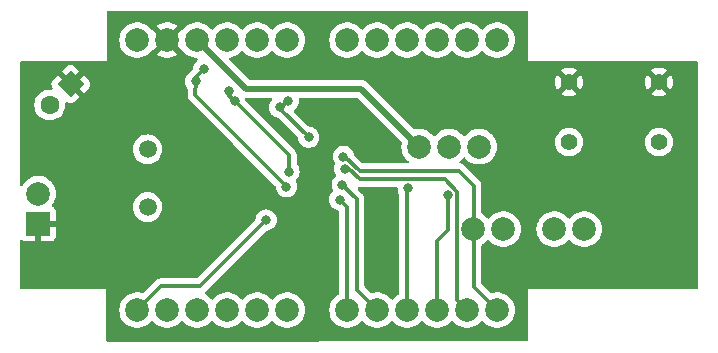
<source format=gbr>
%TF.GenerationSoftware,KiCad,Pcbnew,7.0.7*%
%TF.CreationDate,2023-09-18T12:00:32+02:00*%
%TF.ProjectId,AT90S4433_evaluation_board,41543930-5334-4343-9333-5f6576616c75,rev?*%
%TF.SameCoordinates,Original*%
%TF.FileFunction,Copper,L2,Bot*%
%TF.FilePolarity,Positive*%
%FSLAX46Y46*%
G04 Gerber Fmt 4.6, Leading zero omitted, Abs format (unit mm)*
G04 Created by KiCad (PCBNEW 7.0.7) date 2023-09-18 12:00:32*
%MOMM*%
%LPD*%
G01*
G04 APERTURE LIST*
G04 Aperture macros list*
%AMRotRect*
0 Rectangle, with rotation*
0 The origin of the aperture is its center*
0 $1 length*
0 $2 width*
0 $3 Rotation angle, in degrees counterclockwise*
0 Add horizontal line*
21,1,$1,$2,0,0,$3*%
G04 Aperture macros list end*
%TA.AperFunction,ComponentPad*%
%ADD10C,2.000000*%
%TD*%
%TA.AperFunction,ComponentPad*%
%ADD11C,1.500000*%
%TD*%
%TA.AperFunction,ComponentPad*%
%ADD12C,1.397000*%
%TD*%
%TA.AperFunction,ComponentPad*%
%ADD13RotRect,1.600000X1.600000X225.000000*%
%TD*%
%TA.AperFunction,ComponentPad*%
%ADD14C,1.600000*%
%TD*%
%TA.AperFunction,ComponentPad*%
%ADD15R,2.000000X2.000000*%
%TD*%
%TA.AperFunction,ViaPad*%
%ADD16C,0.800000*%
%TD*%
%TA.AperFunction,Conductor*%
%ADD17C,0.300000*%
%TD*%
%TA.AperFunction,Conductor*%
%ADD18C,0.500000*%
%TD*%
G04 APERTURE END LIST*
D10*
%TO.P,JP8,1,A*%
%TO.N,Net-(JP8-A)*%
X140218000Y-92202000D03*
%TO.P,JP8,2,B*%
%TO.N,/PC5(BTN)*%
X137678000Y-92202000D03*
%TD*%
D11*
%TO.P,Y1,1,1*%
%TO.N,/XTAL2*%
X110109000Y-90334001D03*
%TO.P,Y1,2,2*%
%TO.N,/XTAL1*%
X110109000Y-85434001D03*
%TD*%
D10*
%TO.P,JP7,1,A*%
%TO.N,Net-(D1-A)*%
X147076000Y-92202000D03*
%TO.P,JP7,2,B*%
%TO.N,/PC4(LED)*%
X144536000Y-92202000D03*
%TD*%
%TO.P,JP9,1,A*%
%TO.N,Net-(JP9-A)*%
X138176000Y-85217000D03*
%TO.P,JP9,2,C*%
%TO.N,Net-(JP9-C)*%
X135636000Y-85217000D03*
%TO.P,JP9,3,B*%
%TO.N,/EXT_RESET*%
X133096000Y-85217000D03*
%TD*%
D12*
%TO.P,SW1,1,1*%
%TO.N,VCC*%
X145796000Y-79756000D03*
X153416000Y-79756000D03*
%TO.P,SW1,2,2*%
%TO.N,Net-(JP8-A)*%
X145796000Y-84836000D03*
X153416000Y-84836000D03*
%TD*%
D10*
%TO.P,JP3,1*%
%TO.N,/PD0(RXD)*%
X139700000Y-76200000D03*
%TO.P,JP3,2*%
%TO.N,/PD1(TXD)*%
X137160000Y-76200000D03*
%TO.P,JP3,3*%
%TO.N,/PD2*%
X134620000Y-76200000D03*
%TO.P,JP3,4*%
%TO.N,/PD3*%
X132080000Y-76200000D03*
%TO.P,JP3,5*%
%TO.N,/PD4*%
X129540000Y-76200000D03*
%TO.P,JP3,6*%
%TO.N,/PD5*%
X127000000Y-76200000D03*
%TD*%
D13*
%TO.P,C6,1*%
%TO.N,VCC*%
X103595143Y-79919857D03*
D14*
%TO.P,C6,2*%
%TO.N,GND*%
X101827376Y-81687624D03*
%TD*%
D10*
%TO.P,JP4,1*%
%TO.N,/PB0*%
X109220000Y-99060000D03*
%TO.P,JP4,2*%
%TO.N,/PB1*%
X111760000Y-99060000D03*
%TO.P,JP4,3*%
%TO.N,/PB2(SS)*%
X114300000Y-99060000D03*
%TO.P,JP4,4*%
%TO.N,/PB3(MOSI)*%
X116840000Y-99060000D03*
%TO.P,JP4,5*%
%TO.N,/PB4(MISO)*%
X119380000Y-99060000D03*
%TO.P,JP4,6*%
%TO.N,/PB5(SCK)*%
X121920000Y-99060000D03*
%TD*%
%TO.P,TP3,1,1*%
%TO.N,GND*%
X100863400Y-89204800D03*
D15*
%TO.P,TP3,2,2*%
%TO.N,VCC*%
X100863400Y-91744800D03*
%TD*%
D10*
%TO.P,JP1,1*%
%TO.N,/PD6(AIN0)*%
X121920000Y-76200000D03*
%TO.P,JP1,2*%
%TO.N,/PD7(AIN1)*%
X119380000Y-76200000D03*
%TO.P,JP1,3*%
%TO.N,unconnected-(JP1-Pad3)*%
X116840000Y-76200000D03*
%TO.P,JP1,4*%
%TO.N,/EXT_RESET*%
X114300000Y-76200000D03*
%TO.P,JP1,5*%
%TO.N,VCC*%
X111760000Y-76200000D03*
%TO.P,JP1,6*%
%TO.N,GND*%
X109220000Y-76200000D03*
%TD*%
%TO.P,JP2,1*%
%TO.N,/PC0*%
X127000000Y-99060000D03*
%TO.P,JP2,2*%
%TO.N,/PC1*%
X129540000Y-99060000D03*
%TO.P,JP2,3*%
%TO.N,/PC2*%
X132080000Y-99060000D03*
%TO.P,JP2,4*%
%TO.N,/PC3*%
X134620000Y-99060000D03*
%TO.P,JP2,5*%
%TO.N,/PC4(LED)*%
X137160000Y-99060000D03*
%TO.P,JP2,6*%
%TO.N,/PC5(BTN)*%
X139700000Y-99060000D03*
%TD*%
D16*
%TO.N,/PD6(AIN0)*%
X117500400Y-81381600D03*
X122072400Y-87325200D03*
X117043200Y-80518000D03*
%TO.N,/PD7(AIN1)*%
X121869200Y-88595200D03*
X114884200Y-78638400D03*
X114198400Y-79679800D03*
%TO.N,VCC*%
X130208087Y-91692141D03*
X130911600Y-95631000D03*
X115300000Y-83500000D03*
X155498800Y-94030800D03*
X102870000Y-86918800D03*
X143510000Y-79756000D03*
X124790200Y-96300000D03*
X124800000Y-97200000D03*
X129895600Y-95783400D03*
X103530400Y-86233000D03*
X129000000Y-91744800D03*
X156260800Y-93421200D03*
X125500000Y-95700000D03*
X124800000Y-98200000D03*
X151282400Y-79756000D03*
X113500000Y-82800000D03*
X142341600Y-79806800D03*
X128879600Y-95758000D03*
X141630400Y-80467200D03*
X104267000Y-85496400D03*
X114500000Y-82804000D03*
%TO.N,/PC0*%
X126390400Y-89712800D03*
%TO.N,/PC1*%
X126593600Y-88442800D03*
%TO.N,/PC2*%
X132181600Y-88747600D03*
%TO.N,/PC3*%
X135559873Y-89325027D03*
%TO.N,/PC4(LED)*%
X126796800Y-87071200D03*
%TO.N,/PC5(BTN)*%
X126695200Y-86055200D03*
%TO.N,/PD5*%
X122021600Y-81330800D03*
X121310400Y-81889600D03*
X123748800Y-84429600D03*
%TO.N,/PB0*%
X120142000Y-91440000D03*
%TD*%
D17*
%TO.N,/PD7(AIN1)*%
X114198400Y-79324200D02*
X114884200Y-78638400D01*
X114198400Y-79679800D02*
X114198400Y-79324200D01*
%TO.N,/PD6(AIN0)*%
X122072400Y-85953600D02*
X117500400Y-81381600D01*
X117500400Y-81381600D02*
X117043200Y-80924400D01*
X122072400Y-87325200D02*
X122072400Y-85953600D01*
X117043200Y-80518000D02*
X117043200Y-80416400D01*
X117043200Y-80822800D02*
X117043200Y-80518000D01*
%TO.N,/PD7(AIN1)*%
X114274600Y-79679800D02*
X114350800Y-79603600D01*
X114884200Y-78562200D02*
X114884200Y-78562200D01*
X114147600Y-80828939D02*
X121869200Y-88550539D01*
X114198400Y-79679800D02*
X114147600Y-80828939D01*
X114198400Y-79679800D02*
X114274600Y-79679800D01*
X114884200Y-78638400D02*
X114884200Y-78562200D01*
X114147600Y-79654400D02*
X114198400Y-79679800D01*
X121869200Y-88550539D02*
X121869200Y-88595200D01*
D18*
%TO.N,VCC*%
X130911600Y-95631000D02*
X130208087Y-94927487D01*
X128879600Y-95758000D02*
X128727200Y-95910400D01*
X130208087Y-94927487D02*
X130208087Y-91692141D01*
D17*
%TO.N,/PC0*%
X126390400Y-89712800D02*
X127000000Y-90322400D01*
X127000000Y-90322400D02*
X127000000Y-99060000D01*
%TO.N,/PC1*%
X127824800Y-97344800D02*
X129540000Y-99060000D01*
X126593600Y-88442800D02*
X127824800Y-89674000D01*
X127824800Y-89674000D02*
X127824800Y-97344800D01*
%TO.N,/PC2*%
X132080000Y-88849200D02*
X132080000Y-99060000D01*
X132181600Y-88747600D02*
X132080000Y-88849200D01*
%TO.N,/PC3*%
X134620000Y-93218000D02*
X134620000Y-99060000D01*
X135559873Y-89325027D02*
X135559873Y-92278127D01*
X135559873Y-92278127D02*
X134620000Y-93218000D01*
%TO.N,/PC4(LED)*%
X136334644Y-95351600D02*
X136328000Y-95344956D01*
X137160000Y-99060000D02*
X136328000Y-98228000D01*
X127150355Y-87071200D02*
X126796800Y-87071200D01*
X136328000Y-95344956D02*
X136328000Y-89033200D01*
X136328000Y-89033200D02*
X135280400Y-87985600D01*
X136328000Y-95358244D02*
X136334644Y-95351600D01*
X128064755Y-87985600D02*
X127150355Y-87071200D01*
X136328000Y-98228000D02*
X136328000Y-95358244D01*
X135280400Y-87985600D02*
X128064755Y-87985600D01*
%TO.N,/PC5(BTN)*%
X126695200Y-86055200D02*
X126841461Y-86055200D01*
X137718800Y-88544400D02*
X137718800Y-97078800D01*
X137718800Y-97078800D02*
X139700000Y-99060000D01*
X136448800Y-87274400D02*
X137718800Y-88544400D01*
X126841461Y-86055200D02*
X128060661Y-87274400D01*
X128060661Y-87274400D02*
X136448800Y-87274400D01*
%TO.N,/PD5*%
X121310400Y-81991200D02*
X121310400Y-81889600D01*
X121310400Y-81889600D02*
X121412000Y-81889600D01*
X121970800Y-81330800D02*
X122021600Y-81330800D01*
X122021600Y-81280000D02*
X122123200Y-81178400D01*
X123748800Y-84429600D02*
X121310400Y-81991200D01*
X121412000Y-81889600D02*
X121970800Y-81330800D01*
X122021600Y-81330800D02*
X122021600Y-81280000D01*
%TO.N,/PB0*%
X120142000Y-91440000D02*
X114554000Y-97028000D01*
X111252000Y-97028000D02*
X109220000Y-99060000D01*
X114554000Y-97028000D02*
X111252000Y-97028000D01*
D18*
%TO.N,/EXT_RESET*%
X128193800Y-80314800D02*
X118414800Y-80314800D01*
X118414800Y-80314800D02*
X114300000Y-76200000D01*
X133096000Y-85217000D02*
X128193800Y-80314800D01*
%TD*%
%TA.AperFunction,Conductor*%
%TO.N,VCC*%
G36*
X131219810Y-88655785D02*
G01*
X131265565Y-88708589D01*
X131276092Y-88747139D01*
X131276140Y-88747597D01*
X131276140Y-88747600D01*
X131295926Y-88935856D01*
X131295927Y-88935859D01*
X131354418Y-89115877D01*
X131354423Y-89115889D01*
X131412886Y-89217150D01*
X131429499Y-89279149D01*
X131429499Y-97632009D01*
X131409814Y-97699048D01*
X131364518Y-97741063D01*
X131256496Y-97799522D01*
X131256494Y-97799523D01*
X131060255Y-97952262D01*
X131060252Y-97952265D01*
X130901228Y-98125010D01*
X130841341Y-98161001D01*
X130771503Y-98158900D01*
X130718770Y-98125011D01*
X130559744Y-97952262D01*
X130363509Y-97799526D01*
X130363507Y-97799525D01*
X130363506Y-97799524D01*
X130144811Y-97681172D01*
X130144802Y-97681169D01*
X129909616Y-97600429D01*
X129664335Y-97559500D01*
X129415665Y-97559500D01*
X129170382Y-97600429D01*
X129117029Y-97618744D01*
X129047231Y-97621892D01*
X128989089Y-97589143D01*
X128511619Y-97111673D01*
X128478134Y-97050350D01*
X128475300Y-97023992D01*
X128475300Y-89759503D01*
X128477068Y-89743491D01*
X128476826Y-89743469D01*
X128477560Y-89735706D01*
X128476239Y-89693681D01*
X128475300Y-89663782D01*
X128475300Y-89633075D01*
X128474379Y-89625792D01*
X128473923Y-89619987D01*
X128472398Y-89571431D01*
X128466476Y-89551050D01*
X128462531Y-89531995D01*
X128459872Y-89510949D01*
X128459871Y-89510948D01*
X128459871Y-89510942D01*
X128441989Y-89465779D01*
X128440100Y-89460259D01*
X128437844Y-89452494D01*
X128426545Y-89413602D01*
X128425942Y-89412583D01*
X128415736Y-89395324D01*
X128407178Y-89377855D01*
X128399368Y-89358129D01*
X128370806Y-89318818D01*
X128367618Y-89313964D01*
X128342881Y-89272135D01*
X128327874Y-89257128D01*
X128315235Y-89242330D01*
X128302761Y-89225160D01*
X128265328Y-89194194D01*
X128261006Y-89190260D01*
X127918980Y-88848234D01*
X127885495Y-88786911D01*
X127890479Y-88717219D01*
X127932351Y-88661286D01*
X127997815Y-88636869D01*
X128026057Y-88638079D01*
X128044160Y-88640947D01*
X128088569Y-88636748D01*
X128092525Y-88636375D01*
X128098363Y-88636100D01*
X131152771Y-88636100D01*
X131219810Y-88655785D01*
G37*
%TD.AperFunction*%
%TA.AperFunction,Conductor*%
G36*
X142284639Y-73730485D02*
G01*
X142330394Y-73783289D01*
X142341600Y-73834800D01*
X142341600Y-77978000D01*
X156594000Y-77978000D01*
X156661039Y-77997685D01*
X156706794Y-78050489D01*
X156718000Y-78102000D01*
X156718000Y-97157780D01*
X156698315Y-97224819D01*
X156645511Y-97270574D01*
X156593781Y-97281780D01*
X142341600Y-97256599D01*
X142341600Y-101577688D01*
X142321915Y-101644727D01*
X142269111Y-101690482D01*
X142217688Y-101701688D01*
X106702488Y-101726911D01*
X106635435Y-101707274D01*
X106589642Y-101654503D01*
X106578400Y-101602911D01*
X106578400Y-99060005D01*
X107714357Y-99060005D01*
X107734890Y-99307812D01*
X107734892Y-99307824D01*
X107795936Y-99548881D01*
X107895826Y-99776606D01*
X108031833Y-99984782D01*
X108031836Y-99984785D01*
X108200256Y-100167738D01*
X108396491Y-100320474D01*
X108615190Y-100438828D01*
X108850386Y-100519571D01*
X109095665Y-100560500D01*
X109344335Y-100560500D01*
X109589614Y-100519571D01*
X109824810Y-100438828D01*
X110043509Y-100320474D01*
X110239744Y-100167738D01*
X110398771Y-99994988D01*
X110458657Y-99958999D01*
X110528495Y-99961099D01*
X110581228Y-99994988D01*
X110740256Y-100167738D01*
X110936491Y-100320474D01*
X111155190Y-100438828D01*
X111390386Y-100519571D01*
X111635665Y-100560500D01*
X111884335Y-100560500D01*
X112129614Y-100519571D01*
X112364810Y-100438828D01*
X112583509Y-100320474D01*
X112779744Y-100167738D01*
X112938771Y-99994988D01*
X112998657Y-99958999D01*
X113068495Y-99961099D01*
X113121228Y-99994988D01*
X113280256Y-100167738D01*
X113476491Y-100320474D01*
X113695190Y-100438828D01*
X113930386Y-100519571D01*
X114175665Y-100560500D01*
X114424335Y-100560500D01*
X114669614Y-100519571D01*
X114904810Y-100438828D01*
X115123509Y-100320474D01*
X115319744Y-100167738D01*
X115478771Y-99994988D01*
X115538657Y-99958999D01*
X115608495Y-99961099D01*
X115661228Y-99994988D01*
X115820256Y-100167738D01*
X116016491Y-100320474D01*
X116235190Y-100438828D01*
X116470386Y-100519571D01*
X116715665Y-100560500D01*
X116964335Y-100560500D01*
X117209614Y-100519571D01*
X117444810Y-100438828D01*
X117663509Y-100320474D01*
X117859744Y-100167738D01*
X118018771Y-99994988D01*
X118078657Y-99958999D01*
X118148495Y-99961099D01*
X118201228Y-99994988D01*
X118360256Y-100167738D01*
X118556491Y-100320474D01*
X118775190Y-100438828D01*
X119010386Y-100519571D01*
X119255665Y-100560500D01*
X119504335Y-100560500D01*
X119749614Y-100519571D01*
X119984810Y-100438828D01*
X120203509Y-100320474D01*
X120399744Y-100167738D01*
X120558771Y-99994988D01*
X120618657Y-99958999D01*
X120688495Y-99961099D01*
X120741228Y-99994988D01*
X120900256Y-100167738D01*
X121096491Y-100320474D01*
X121315190Y-100438828D01*
X121550386Y-100519571D01*
X121795665Y-100560500D01*
X122044335Y-100560500D01*
X122289614Y-100519571D01*
X122524810Y-100438828D01*
X122743509Y-100320474D01*
X122939744Y-100167738D01*
X123108164Y-99984785D01*
X123244173Y-99776607D01*
X123344063Y-99548881D01*
X123405108Y-99307821D01*
X123413244Y-99209633D01*
X123425643Y-99060005D01*
X123425643Y-99059994D01*
X123405109Y-98812187D01*
X123405107Y-98812175D01*
X123344063Y-98571118D01*
X123244173Y-98343393D01*
X123108166Y-98135217D01*
X123020526Y-98040015D01*
X122939744Y-97952262D01*
X122743509Y-97799526D01*
X122743507Y-97799525D01*
X122743506Y-97799524D01*
X122524811Y-97681172D01*
X122524802Y-97681169D01*
X122289616Y-97600429D01*
X122044335Y-97559500D01*
X121795665Y-97559500D01*
X121550383Y-97600429D01*
X121315197Y-97681169D01*
X121315188Y-97681172D01*
X121096493Y-97799524D01*
X120900257Y-97952261D01*
X120741230Y-98125010D01*
X120681342Y-98161001D01*
X120611504Y-98158900D01*
X120558770Y-98125010D01*
X120480526Y-98040015D01*
X120399744Y-97952262D01*
X120203509Y-97799526D01*
X120203507Y-97799525D01*
X120203506Y-97799524D01*
X119984811Y-97681172D01*
X119984802Y-97681169D01*
X119749616Y-97600429D01*
X119504335Y-97559500D01*
X119255665Y-97559500D01*
X119010383Y-97600429D01*
X118775197Y-97681169D01*
X118775188Y-97681172D01*
X118556493Y-97799524D01*
X118360257Y-97952261D01*
X118201230Y-98125010D01*
X118141342Y-98161001D01*
X118071504Y-98158900D01*
X118018770Y-98125010D01*
X117940526Y-98040015D01*
X117859744Y-97952262D01*
X117663509Y-97799526D01*
X117663507Y-97799525D01*
X117663506Y-97799524D01*
X117444811Y-97681172D01*
X117444802Y-97681169D01*
X117209616Y-97600429D01*
X116964335Y-97559500D01*
X116715665Y-97559500D01*
X116470383Y-97600429D01*
X116235197Y-97681169D01*
X116235188Y-97681172D01*
X116016493Y-97799524D01*
X115820255Y-97952262D01*
X115820252Y-97952265D01*
X115661228Y-98125010D01*
X115601341Y-98161001D01*
X115531503Y-98158900D01*
X115478770Y-98125011D01*
X115319744Y-97952262D01*
X115123509Y-97799526D01*
X115123507Y-97799525D01*
X115123506Y-97799524D01*
X114996533Y-97730810D01*
X114946943Y-97681590D01*
X114931835Y-97613374D01*
X114956005Y-97547818D01*
X114967868Y-97534076D01*
X114970892Y-97531052D01*
X114985668Y-97518436D01*
X114988157Y-97516628D01*
X115002837Y-97505963D01*
X115033809Y-97468522D01*
X115037713Y-97464231D01*
X120125126Y-92376819D01*
X120186450Y-92343334D01*
X120212808Y-92340500D01*
X120236644Y-92340500D01*
X120236646Y-92340500D01*
X120421803Y-92301144D01*
X120594730Y-92224151D01*
X120747871Y-92112888D01*
X120874533Y-91972216D01*
X120969179Y-91808284D01*
X121027674Y-91628256D01*
X121047460Y-91440000D01*
X121027674Y-91251744D01*
X120969179Y-91071716D01*
X120874533Y-90907784D01*
X120747871Y-90767112D01*
X120747870Y-90767111D01*
X120594734Y-90655851D01*
X120594729Y-90655848D01*
X120421807Y-90578857D01*
X120421802Y-90578855D01*
X120276000Y-90547865D01*
X120236646Y-90539500D01*
X120047354Y-90539500D01*
X120014897Y-90546398D01*
X119862197Y-90578855D01*
X119862192Y-90578857D01*
X119689270Y-90655848D01*
X119689265Y-90655851D01*
X119536129Y-90767111D01*
X119409466Y-90907785D01*
X119314821Y-91071715D01*
X119314818Y-91071722D01*
X119256327Y-91251739D01*
X119256326Y-91251741D01*
X119242831Y-91380142D01*
X119216246Y-91444757D01*
X119207191Y-91454861D01*
X114320873Y-96341181D01*
X114259550Y-96374666D01*
X114233192Y-96377500D01*
X111337505Y-96377500D01*
X111321494Y-96375732D01*
X111321472Y-96375974D01*
X111313705Y-96375240D01*
X111313704Y-96375240D01*
X111241797Y-96377500D01*
X111211075Y-96377500D01*
X111211071Y-96377500D01*
X111211061Y-96377501D01*
X111203793Y-96378419D01*
X111197976Y-96378876D01*
X111149436Y-96380402D01*
X111149425Y-96380404D01*
X111129049Y-96386323D01*
X111110008Y-96390266D01*
X111088953Y-96392926D01*
X111088937Y-96392930D01*
X111043771Y-96410812D01*
X111038244Y-96412704D01*
X110991599Y-96426256D01*
X110973327Y-96437062D01*
X110955861Y-96445619D01*
X110936128Y-96453432D01*
X110896830Y-96481983D01*
X110891953Y-96485186D01*
X110878281Y-96493272D01*
X110850132Y-96509920D01*
X110835126Y-96524926D01*
X110820336Y-96537558D01*
X110803167Y-96550032D01*
X110803165Y-96550034D01*
X110772194Y-96587470D01*
X110768262Y-96591791D01*
X109770909Y-97589143D01*
X109709586Y-97622628D01*
X109642967Y-97618744D01*
X109589613Y-97600428D01*
X109344335Y-97559500D01*
X109095665Y-97559500D01*
X108850383Y-97600429D01*
X108615197Y-97681169D01*
X108615188Y-97681172D01*
X108396493Y-97799524D01*
X108200257Y-97952261D01*
X108031833Y-98135217D01*
X107895826Y-98343393D01*
X107795936Y-98571118D01*
X107734892Y-98812175D01*
X107734890Y-98812187D01*
X107714357Y-99059994D01*
X107714357Y-99060005D01*
X106578400Y-99060005D01*
X106578400Y-97282000D01*
X99438000Y-97282000D01*
X99370961Y-97262315D01*
X99325206Y-97209511D01*
X99314000Y-97158000D01*
X99314000Y-93205821D01*
X99333685Y-93138782D01*
X99386489Y-93093027D01*
X99455647Y-93083083D01*
X99512312Y-93106555D01*
X99621310Y-93188152D01*
X99621313Y-93188154D01*
X99756020Y-93238396D01*
X99756027Y-93238398D01*
X99815555Y-93244799D01*
X99815572Y-93244800D01*
X100613400Y-93244800D01*
X100613400Y-92357101D01*
X100633085Y-92290062D01*
X100685889Y-92244307D01*
X100755047Y-92234363D01*
X100827637Y-92244800D01*
X100827638Y-92244800D01*
X100899162Y-92244800D01*
X100899163Y-92244800D01*
X100971753Y-92234363D01*
X101040912Y-92244307D01*
X101093715Y-92290062D01*
X101113400Y-92357101D01*
X101113400Y-93244800D01*
X101911228Y-93244800D01*
X101911244Y-93244799D01*
X101970772Y-93238398D01*
X101970779Y-93238396D01*
X102105486Y-93188154D01*
X102105493Y-93188150D01*
X102220587Y-93101990D01*
X102220590Y-93101987D01*
X102306750Y-92986893D01*
X102306754Y-92986886D01*
X102356996Y-92852179D01*
X102356998Y-92852172D01*
X102363399Y-92792644D01*
X102363400Y-92792627D01*
X102363400Y-91994800D01*
X101476747Y-91994800D01*
X101409708Y-91975115D01*
X101363953Y-91922311D01*
X101354009Y-91853153D01*
X101357769Y-91835867D01*
X101363400Y-91816688D01*
X101363400Y-91672911D01*
X101357769Y-91653733D01*
X101357770Y-91583864D01*
X101395545Y-91525086D01*
X101459101Y-91496062D01*
X101476747Y-91494800D01*
X102363400Y-91494800D01*
X102363400Y-90696972D01*
X102363399Y-90696955D01*
X102356998Y-90637427D01*
X102356996Y-90637420D01*
X102306754Y-90502713D01*
X102306750Y-90502706D01*
X102220590Y-90387612D01*
X102220587Y-90387609D01*
X102148979Y-90334003D01*
X108853723Y-90334003D01*
X108860150Y-90407462D01*
X108871701Y-90539500D01*
X108872793Y-90551976D01*
X108872793Y-90551980D01*
X108929422Y-90763323D01*
X108929424Y-90763327D01*
X108929425Y-90763331D01*
X108958563Y-90825818D01*
X109021897Y-90961639D01*
X109021898Y-90961640D01*
X109147402Y-91140878D01*
X109302123Y-91295599D01*
X109481361Y-91421103D01*
X109679670Y-91513576D01*
X109891023Y-91570208D01*
X110073926Y-91586209D01*
X110108998Y-91589278D01*
X110109000Y-91589278D01*
X110109002Y-91589278D01*
X110137254Y-91586806D01*
X110326977Y-91570208D01*
X110538330Y-91513576D01*
X110736639Y-91421103D01*
X110915877Y-91295599D01*
X111070598Y-91140878D01*
X111196102Y-90961640D01*
X111288575Y-90763331D01*
X111345207Y-90551978D01*
X111364277Y-90334001D01*
X111345207Y-90116024D01*
X111293060Y-89921408D01*
X111288577Y-89904678D01*
X111288576Y-89904677D01*
X111288575Y-89904671D01*
X111196102Y-89706363D01*
X111196100Y-89706360D01*
X111196099Y-89706358D01*
X111070599Y-89527125D01*
X110996086Y-89452612D01*
X110915877Y-89372403D01*
X110751249Y-89257129D01*
X110736638Y-89246898D01*
X110594426Y-89180584D01*
X110538330Y-89154426D01*
X110538326Y-89154425D01*
X110538322Y-89154423D01*
X110326977Y-89097794D01*
X110109002Y-89078724D01*
X110108998Y-89078724D01*
X109963681Y-89091437D01*
X109891023Y-89097794D01*
X109891020Y-89097794D01*
X109679677Y-89154423D01*
X109679668Y-89154427D01*
X109481361Y-89246899D01*
X109481357Y-89246901D01*
X109302121Y-89372403D01*
X109147402Y-89527122D01*
X109021900Y-89706358D01*
X109021898Y-89706362D01*
X108929426Y-89904669D01*
X108929422Y-89904678D01*
X108872793Y-90116021D01*
X108872793Y-90116025D01*
X108853723Y-90333998D01*
X108853723Y-90334003D01*
X102148979Y-90334003D01*
X102105488Y-90301445D01*
X102100759Y-90298863D01*
X102051355Y-90249457D01*
X102036505Y-90181183D01*
X102056381Y-90122212D01*
X102187573Y-89921407D01*
X102287463Y-89693681D01*
X102348508Y-89452621D01*
X102353256Y-89395324D01*
X102369043Y-89204805D01*
X102369043Y-89204794D01*
X102348509Y-88956987D01*
X102348507Y-88956975D01*
X102287463Y-88715918D01*
X102187573Y-88488193D01*
X102051566Y-88280017D01*
X101934258Y-88152587D01*
X101883144Y-88097062D01*
X101686909Y-87944326D01*
X101686907Y-87944325D01*
X101686906Y-87944324D01*
X101468211Y-87825972D01*
X101468202Y-87825969D01*
X101233016Y-87745229D01*
X100987735Y-87704300D01*
X100739065Y-87704300D01*
X100493783Y-87745229D01*
X100258597Y-87825969D01*
X100258588Y-87825972D01*
X100039893Y-87944324D01*
X99843657Y-88097061D01*
X99675233Y-88280017D01*
X99541809Y-88484240D01*
X99488662Y-88529597D01*
X99419431Y-88539021D01*
X99356095Y-88509519D01*
X99318764Y-88450459D01*
X99314000Y-88416419D01*
X99314000Y-85434003D01*
X108853723Y-85434003D01*
X108856860Y-85469860D01*
X108871546Y-85637729D01*
X108872793Y-85651976D01*
X108872793Y-85651980D01*
X108929422Y-85863323D01*
X108929424Y-85863327D01*
X108929425Y-85863331D01*
X108975661Y-85962485D01*
X109021897Y-86061639D01*
X109021898Y-86061640D01*
X109147402Y-86240878D01*
X109302123Y-86395599D01*
X109481361Y-86521103D01*
X109679670Y-86613576D01*
X109891023Y-86670208D01*
X110073926Y-86686209D01*
X110108998Y-86689278D01*
X110109000Y-86689278D01*
X110109002Y-86689278D01*
X110137254Y-86686806D01*
X110326977Y-86670208D01*
X110538330Y-86613576D01*
X110736639Y-86521103D01*
X110915877Y-86395599D01*
X111070598Y-86240878D01*
X111196102Y-86061640D01*
X111288575Y-85863331D01*
X111345207Y-85651978D01*
X111364277Y-85434001D01*
X111345207Y-85216024D01*
X111310548Y-85086676D01*
X111288577Y-85004678D01*
X111288576Y-85004677D01*
X111288575Y-85004671D01*
X111196102Y-84806363D01*
X111196100Y-84806360D01*
X111196099Y-84806358D01*
X111070599Y-84627125D01*
X111058212Y-84614738D01*
X110915877Y-84472403D01*
X110736639Y-84346899D01*
X110736640Y-84346899D01*
X110736638Y-84346898D01*
X110597484Y-84282010D01*
X110538330Y-84254426D01*
X110538326Y-84254425D01*
X110538322Y-84254423D01*
X110326977Y-84197794D01*
X110109002Y-84178724D01*
X110108998Y-84178724D01*
X109963681Y-84191437D01*
X109891023Y-84197794D01*
X109891020Y-84197794D01*
X109679677Y-84254423D01*
X109679668Y-84254427D01*
X109481361Y-84346899D01*
X109481357Y-84346901D01*
X109302121Y-84472403D01*
X109147402Y-84627122D01*
X109021900Y-84806358D01*
X109021898Y-84806362D01*
X108929426Y-85004669D01*
X108929422Y-85004678D01*
X108872793Y-85216021D01*
X108872793Y-85216025D01*
X108853723Y-85433998D01*
X108853723Y-85434003D01*
X99314000Y-85434003D01*
X99314000Y-81687625D01*
X100521908Y-81687625D01*
X100541740Y-81914310D01*
X100541742Y-81914321D01*
X100600634Y-82134112D01*
X100600637Y-82134121D01*
X100696807Y-82340356D01*
X100696808Y-82340358D01*
X100827330Y-82526765D01*
X100988234Y-82687669D01*
X100988237Y-82687671D01*
X101174642Y-82818192D01*
X101380880Y-82914363D01*
X101600684Y-82973259D01*
X101762606Y-82987425D01*
X101827374Y-82993092D01*
X101827376Y-82993092D01*
X101827378Y-82993092D01*
X101884048Y-82988133D01*
X102054068Y-82973259D01*
X102273872Y-82914363D01*
X102480110Y-82818192D01*
X102666515Y-82687671D01*
X102827423Y-82526763D01*
X102957944Y-82340358D01*
X103054115Y-82134120D01*
X103113011Y-81914316D01*
X103132844Y-81687624D01*
X103123967Y-81586164D01*
X103137733Y-81517666D01*
X103186348Y-81467483D01*
X103254377Y-81451549D01*
X103314876Y-81473027D01*
X103315446Y-81472106D01*
X103319720Y-81474746D01*
X103320220Y-81474924D01*
X103321115Y-81475608D01*
X103322043Y-81476181D01*
X103452826Y-81535908D01*
X103595142Y-81556369D01*
X103737459Y-81535908D01*
X103868240Y-81476182D01*
X103914875Y-81438602D01*
X104337605Y-81015872D01*
X104337605Y-81015871D01*
X103779009Y-80457276D01*
X103745524Y-80395953D01*
X103750508Y-80326261D01*
X103792380Y-80270328D01*
X103810388Y-80259115D01*
X103833188Y-80247498D01*
X103922784Y-80157902D01*
X103934397Y-80135109D01*
X103982368Y-80084315D01*
X104050189Y-80067518D01*
X104116324Y-80090054D01*
X104132562Y-80103723D01*
X104691157Y-80662319D01*
X104691158Y-80662319D01*
X105113888Y-80239589D01*
X105151468Y-80192954D01*
X105211194Y-80062173D01*
X105231655Y-79919857D01*
X105231655Y-79919856D01*
X105211194Y-79777540D01*
X105151468Y-79646759D01*
X105113888Y-79600124D01*
X104691158Y-79177394D01*
X104132562Y-79735989D01*
X104071239Y-79769474D01*
X104001547Y-79764490D01*
X103945614Y-79722618D01*
X103934399Y-79704608D01*
X103922784Y-79681812D01*
X103922780Y-79681808D01*
X103922779Y-79681806D01*
X103833193Y-79592220D01*
X103833187Y-79592215D01*
X103822529Y-79586785D01*
X103810393Y-79580601D01*
X103759599Y-79532630D01*
X103742803Y-79464809D01*
X103765340Y-79398674D01*
X103779008Y-79382437D01*
X104337604Y-78823840D01*
X103914875Y-78401111D01*
X103868240Y-78363531D01*
X103737459Y-78303805D01*
X103595143Y-78283345D01*
X103452826Y-78303805D01*
X103322045Y-78363531D01*
X103275405Y-78401115D01*
X102852680Y-78823840D01*
X103411276Y-79382437D01*
X103444761Y-79443760D01*
X103439777Y-79513452D01*
X103397905Y-79569385D01*
X103379891Y-79580602D01*
X103357099Y-79592215D01*
X103357092Y-79592220D01*
X103267506Y-79681806D01*
X103267501Y-79681813D01*
X103255888Y-79704605D01*
X103207913Y-79755401D01*
X103140092Y-79772195D01*
X103073957Y-79749657D01*
X103057723Y-79735990D01*
X102499127Y-79177394D01*
X102499126Y-79177394D01*
X102076401Y-79600119D01*
X102038817Y-79646759D01*
X101979091Y-79777540D01*
X101958631Y-79919856D01*
X101958631Y-79919857D01*
X101979091Y-80062173D01*
X102038818Y-80192956D01*
X102042894Y-80199554D01*
X102040809Y-80200841D01*
X102062931Y-80254251D01*
X102050524Y-80323010D01*
X102002913Y-80374147D01*
X101935213Y-80391425D01*
X101928834Y-80391032D01*
X101827378Y-80382156D01*
X101827374Y-80382156D01*
X101600689Y-80401988D01*
X101600678Y-80401990D01*
X101380887Y-80460882D01*
X101380878Y-80460885D01*
X101174643Y-80557055D01*
X101174641Y-80557056D01*
X100988234Y-80687578D01*
X100827330Y-80848482D01*
X100696808Y-81034889D01*
X100696807Y-81034891D01*
X100600637Y-81241126D01*
X100600634Y-81241135D01*
X100541742Y-81460926D01*
X100541740Y-81460937D01*
X100521908Y-81687622D01*
X100521908Y-81687625D01*
X99314000Y-81687625D01*
X99314000Y-78102000D01*
X99333685Y-78034961D01*
X99386489Y-77989206D01*
X99438000Y-77978000D01*
X106680000Y-77978000D01*
X106680000Y-76200005D01*
X107714357Y-76200005D01*
X107734890Y-76447812D01*
X107734892Y-76447824D01*
X107795936Y-76688881D01*
X107895826Y-76916606D01*
X108031833Y-77124782D01*
X108031836Y-77124785D01*
X108200256Y-77307738D01*
X108396491Y-77460474D01*
X108396493Y-77460475D01*
X108614332Y-77578364D01*
X108615190Y-77578828D01*
X108782833Y-77636380D01*
X108848964Y-77659083D01*
X108850386Y-77659571D01*
X109095665Y-77700500D01*
X109344335Y-77700500D01*
X109589614Y-77659571D01*
X109824810Y-77578828D01*
X110043509Y-77460474D01*
X110239744Y-77307738D01*
X110408164Y-77124785D01*
X110408533Y-77124219D01*
X110408745Y-77124038D01*
X110411322Y-77120729D01*
X110412002Y-77121258D01*
X110461676Y-77078860D01*
X110525138Y-77068697D01*
X110536564Y-77069882D01*
X111151050Y-76455395D01*
X111212373Y-76421910D01*
X111282064Y-76426894D01*
X111337998Y-76468765D01*
X111343039Y-76476025D01*
X111378239Y-76530797D01*
X111378239Y-76530798D01*
X111493602Y-76630759D01*
X111491293Y-76633422D01*
X111526006Y-76673499D01*
X111535935Y-76742660D01*
X111506898Y-76806210D01*
X111500882Y-76812669D01*
X110889942Y-77423609D01*
X110936768Y-77460055D01*
X110936770Y-77460056D01*
X111155385Y-77578364D01*
X111155396Y-77578369D01*
X111390506Y-77659083D01*
X111635707Y-77700000D01*
X111884293Y-77700000D01*
X112129493Y-77659083D01*
X112364603Y-77578369D01*
X112364614Y-77578364D01*
X112583228Y-77460057D01*
X112583231Y-77460055D01*
X112630056Y-77423609D01*
X112019116Y-76812669D01*
X111985631Y-76751346D01*
X111990615Y-76681654D01*
X112027641Y-76632193D01*
X112026398Y-76630759D01*
X112033100Y-76624952D01*
X112141761Y-76530798D01*
X112176954Y-76476037D01*
X112229755Y-76430283D01*
X112298914Y-76420339D01*
X112362470Y-76449363D01*
X112368949Y-76455396D01*
X112983434Y-77069882D01*
X112994861Y-77068697D01*
X113063573Y-77081360D01*
X113108092Y-77121194D01*
X113108683Y-77120735D01*
X113111218Y-77123992D01*
X113111456Y-77124205D01*
X113111831Y-77124780D01*
X113111836Y-77124785D01*
X113280256Y-77307738D01*
X113476491Y-77460474D01*
X113476493Y-77460475D01*
X113694332Y-77578364D01*
X113695190Y-77578828D01*
X113862833Y-77636380D01*
X113928964Y-77659083D01*
X113930386Y-77659571D01*
X114175665Y-77700500D01*
X114261454Y-77700500D01*
X114328493Y-77720185D01*
X114374248Y-77772989D01*
X114384192Y-77842147D01*
X114355167Y-77905703D01*
X114334340Y-77924818D01*
X114278327Y-77965513D01*
X114151666Y-78106185D01*
X114057021Y-78270115D01*
X114057018Y-78270122D01*
X113998527Y-78450139D01*
X113998526Y-78450141D01*
X113998526Y-78450144D01*
X113987243Y-78557500D01*
X113985031Y-78578542D01*
X113958446Y-78643157D01*
X113949391Y-78653261D01*
X113798883Y-78803769D01*
X113786310Y-78813843D01*
X113786465Y-78814030D01*
X113780459Y-78818998D01*
X113755834Y-78845221D01*
X113731209Y-78871444D01*
X113720349Y-78882304D01*
X113709488Y-78893165D01*
X113709478Y-78893177D01*
X113704987Y-78898965D01*
X113701201Y-78903397D01*
X113667953Y-78938805D01*
X113663368Y-78945117D01*
X113662342Y-78944372D01*
X113633350Y-78977252D01*
X113592530Y-79006910D01*
X113592528Y-79006912D01*
X113465866Y-79147585D01*
X113371221Y-79311515D01*
X113371218Y-79311522D01*
X113312727Y-79491540D01*
X113312726Y-79491544D01*
X113301087Y-79602289D01*
X113293073Y-79678539D01*
X113292940Y-79679800D01*
X113312726Y-79868056D01*
X113312727Y-79868059D01*
X113371218Y-80048077D01*
X113371221Y-80048084D01*
X113465865Y-80212014D01*
X113465870Y-80212021D01*
X113487056Y-80235550D01*
X113517286Y-80298542D01*
X113518785Y-80323998D01*
X113500747Y-80732050D01*
X113497882Y-80753621D01*
X113494840Y-80767230D01*
X113494839Y-80767235D01*
X113496573Y-80822435D01*
X113496544Y-80827115D01*
X113495927Y-80841081D01*
X113495927Y-80841106D01*
X113497806Y-80864120D01*
X113497981Y-80867216D01*
X113500002Y-80931506D01*
X113500003Y-80931510D01*
X113501111Y-80935323D01*
X113505622Y-80959817D01*
X113505946Y-80963789D01*
X113505947Y-80963791D01*
X113526969Y-81024609D01*
X113527909Y-81027566D01*
X113545854Y-81089334D01*
X113545855Y-81089337D01*
X113547882Y-81092763D01*
X113558344Y-81115368D01*
X113559643Y-81119128D01*
X113595119Y-81172789D01*
X113596766Y-81175421D01*
X113629514Y-81230798D01*
X113629517Y-81230801D01*
X113629519Y-81230804D01*
X113632330Y-81233615D01*
X113648091Y-81252916D01*
X113650281Y-81256229D01*
X113697994Y-81299389D01*
X113700223Y-81301508D01*
X117360529Y-84961814D01*
X120929146Y-88530431D01*
X120962631Y-88591754D01*
X120964785Y-88605145D01*
X120983526Y-88783456D01*
X120983527Y-88783459D01*
X121042018Y-88963477D01*
X121042021Y-88963484D01*
X121136667Y-89127416D01*
X121263328Y-89268087D01*
X121263329Y-89268088D01*
X121416465Y-89379348D01*
X121416470Y-89379351D01*
X121589392Y-89456342D01*
X121589397Y-89456344D01*
X121774554Y-89495700D01*
X121774555Y-89495700D01*
X121963844Y-89495700D01*
X121963846Y-89495700D01*
X122149003Y-89456344D01*
X122321930Y-89379351D01*
X122475071Y-89268088D01*
X122601733Y-89127416D01*
X122696379Y-88963484D01*
X122754874Y-88783456D01*
X122774660Y-88595200D01*
X122754874Y-88406944D01*
X122696379Y-88226916D01*
X122653464Y-88152586D01*
X122636993Y-88084687D01*
X122659846Y-88018660D01*
X122677893Y-87998427D01*
X122678256Y-87998098D01*
X122678271Y-87998088D01*
X122804933Y-87857416D01*
X122899579Y-87693484D01*
X122958074Y-87513456D01*
X122977860Y-87325200D01*
X122958074Y-87136944D01*
X122899579Y-86956916D01*
X122804933Y-86792984D01*
X122754750Y-86737250D01*
X122724520Y-86674258D01*
X122722900Y-86654278D01*
X122722900Y-86039101D01*
X122724668Y-86023088D01*
X122724426Y-86023066D01*
X122725158Y-86015310D01*
X122725160Y-86015303D01*
X122722900Y-85943395D01*
X122722900Y-85912675D01*
X122721979Y-85905388D01*
X122721522Y-85899579D01*
X122719997Y-85851030D01*
X122714076Y-85830652D01*
X122710131Y-85811603D01*
X122707471Y-85790542D01*
X122689586Y-85745372D01*
X122687697Y-85739852D01*
X122683544Y-85725558D01*
X122674144Y-85693201D01*
X122663339Y-85674932D01*
X122654779Y-85657458D01*
X122652609Y-85651978D01*
X122646968Y-85637729D01*
X122618414Y-85598428D01*
X122615210Y-85593550D01*
X122590482Y-85551737D01*
X122590481Y-85551735D01*
X122575474Y-85536728D01*
X122562835Y-85521930D01*
X122550361Y-85504760D01*
X122512928Y-85473794D01*
X122508606Y-85469860D01*
X118435208Y-81396462D01*
X118401723Y-81335139D01*
X118399568Y-81321742D01*
X118397327Y-81300423D01*
X118387011Y-81202260D01*
X118399581Y-81133531D01*
X118447313Y-81082507D01*
X118510332Y-81065300D01*
X120562352Y-81065300D01*
X120629391Y-81084985D01*
X120675146Y-81137789D01*
X120685090Y-81206947D01*
X120656065Y-81270503D01*
X120654502Y-81272272D01*
X120577866Y-81357385D01*
X120483221Y-81521315D01*
X120483218Y-81521322D01*
X120425460Y-81699084D01*
X120424726Y-81701344D01*
X120404940Y-81889600D01*
X120424726Y-82077856D01*
X120424727Y-82077859D01*
X120483218Y-82257877D01*
X120483221Y-82257884D01*
X120577867Y-82421816D01*
X120672362Y-82526763D01*
X120704529Y-82562488D01*
X120857665Y-82673748D01*
X120857670Y-82673751D01*
X121030597Y-82750744D01*
X121146301Y-82775337D01*
X121207780Y-82808528D01*
X121208199Y-82808945D01*
X122813991Y-84414737D01*
X122847476Y-84476060D01*
X122849630Y-84489451D01*
X122863126Y-84617856D01*
X122863127Y-84617859D01*
X122921618Y-84797877D01*
X122921621Y-84797884D01*
X123016267Y-84961816D01*
X123142929Y-85102487D01*
X123142929Y-85102488D01*
X123296065Y-85213748D01*
X123296070Y-85213751D01*
X123468992Y-85290742D01*
X123468997Y-85290744D01*
X123654154Y-85330100D01*
X123654155Y-85330100D01*
X123843444Y-85330100D01*
X123843446Y-85330100D01*
X124028603Y-85290744D01*
X124201530Y-85213751D01*
X124354671Y-85102488D01*
X124481333Y-84961816D01*
X124575979Y-84797884D01*
X124634474Y-84617856D01*
X124654260Y-84429600D01*
X124634474Y-84241344D01*
X124575979Y-84061316D01*
X124481333Y-83897384D01*
X124354671Y-83756712D01*
X124299324Y-83716500D01*
X124201534Y-83645451D01*
X124201529Y-83645448D01*
X124028607Y-83568457D01*
X124028602Y-83568455D01*
X123882801Y-83537465D01*
X123843446Y-83529100D01*
X123843445Y-83529100D01*
X123819608Y-83529100D01*
X123752569Y-83509415D01*
X123731927Y-83492781D01*
X122507353Y-82268207D01*
X122473868Y-82206884D01*
X122478852Y-82137192D01*
X122520724Y-82081259D01*
X122522012Y-82080308D01*
X122627471Y-82003688D01*
X122754133Y-81863016D01*
X122848779Y-81699084D01*
X122907274Y-81519056D01*
X122927060Y-81330800D01*
X122913550Y-81202259D01*
X122926120Y-81133531D01*
X122973852Y-81082508D01*
X123036871Y-81065300D01*
X127831570Y-81065300D01*
X127898609Y-81084985D01*
X127919251Y-81101619D01*
X131596618Y-84778986D01*
X131630103Y-84840309D01*
X131629143Y-84897107D01*
X131610891Y-84969182D01*
X131590357Y-85216994D01*
X131590357Y-85217005D01*
X131610890Y-85464812D01*
X131610892Y-85464824D01*
X131671936Y-85705881D01*
X131771826Y-85933606D01*
X131907833Y-86141782D01*
X131907836Y-86141785D01*
X132076256Y-86324738D01*
X132175583Y-86402047D01*
X132216395Y-86458757D01*
X132220070Y-86528530D01*
X132185438Y-86589213D01*
X132123497Y-86621540D01*
X132099420Y-86623900D01*
X128381469Y-86623900D01*
X128314430Y-86604215D01*
X128293788Y-86587581D01*
X127605641Y-85899434D01*
X127575392Y-85850073D01*
X127524421Y-85693201D01*
X127522381Y-85686921D01*
X127522378Y-85686915D01*
X127427733Y-85522984D01*
X127301071Y-85382312D01*
X127301070Y-85382311D01*
X127147934Y-85271051D01*
X127147929Y-85271048D01*
X126975007Y-85194057D01*
X126975002Y-85194055D01*
X126829200Y-85163065D01*
X126789846Y-85154700D01*
X126600554Y-85154700D01*
X126568097Y-85161598D01*
X126415397Y-85194055D01*
X126415392Y-85194057D01*
X126242470Y-85271048D01*
X126242465Y-85271051D01*
X126089329Y-85382311D01*
X125962666Y-85522985D01*
X125868021Y-85686915D01*
X125868018Y-85686922D01*
X125809527Y-85866940D01*
X125809526Y-85866944D01*
X125789740Y-86055200D01*
X125809526Y-86243456D01*
X125809527Y-86243459D01*
X125868018Y-86423477D01*
X125868021Y-86423484D01*
X125964036Y-86589788D01*
X125980509Y-86657689D01*
X125971261Y-86696615D01*
X125971629Y-86696735D01*
X125970157Y-86701264D01*
X125969931Y-86702217D01*
X125969622Y-86702909D01*
X125911127Y-86882940D01*
X125911126Y-86882944D01*
X125891340Y-87071200D01*
X125911126Y-87259456D01*
X125911127Y-87259459D01*
X125969618Y-87439477D01*
X125969621Y-87439484D01*
X126053544Y-87584843D01*
X126070017Y-87652743D01*
X126047164Y-87718770D01*
X126019043Y-87747160D01*
X125987732Y-87769909D01*
X125987729Y-87769911D01*
X125861066Y-87910585D01*
X125766421Y-88074515D01*
X125766418Y-88074522D01*
X125709968Y-88248258D01*
X125707926Y-88254544D01*
X125688140Y-88442800D01*
X125707926Y-88631056D01*
X125707927Y-88631059D01*
X125766418Y-88811077D01*
X125766420Y-88811081D01*
X125766421Y-88811084D01*
X125772872Y-88822257D01*
X125809334Y-88885412D01*
X125825805Y-88953312D01*
X125802953Y-89019339D01*
X125784926Y-89039554D01*
X125784530Y-89039909D01*
X125657866Y-89180585D01*
X125563221Y-89344515D01*
X125563218Y-89344522D01*
X125509143Y-89510949D01*
X125504726Y-89524544D01*
X125484940Y-89712800D01*
X125504726Y-89901056D01*
X125504727Y-89901059D01*
X125563218Y-90081077D01*
X125563221Y-90081084D01*
X125657867Y-90245016D01*
X125746278Y-90343206D01*
X125784529Y-90385688D01*
X125937665Y-90496948D01*
X125937670Y-90496951D01*
X126110591Y-90573942D01*
X126110593Y-90573942D01*
X126110597Y-90573944D01*
X126251285Y-90603848D01*
X126312762Y-90637038D01*
X126346539Y-90698200D01*
X126349500Y-90725136D01*
X126349499Y-97632009D01*
X126329814Y-97699048D01*
X126284518Y-97741063D01*
X126176496Y-97799522D01*
X126176494Y-97799523D01*
X125980257Y-97952261D01*
X125811833Y-98135217D01*
X125675826Y-98343393D01*
X125575936Y-98571118D01*
X125514892Y-98812175D01*
X125514890Y-98812187D01*
X125494357Y-99059994D01*
X125494357Y-99060005D01*
X125514890Y-99307812D01*
X125514892Y-99307824D01*
X125575936Y-99548881D01*
X125675826Y-99776606D01*
X125811833Y-99984782D01*
X125811836Y-99984785D01*
X125980256Y-100167738D01*
X126176491Y-100320474D01*
X126395190Y-100438828D01*
X126630386Y-100519571D01*
X126875665Y-100560500D01*
X127124335Y-100560500D01*
X127369614Y-100519571D01*
X127604810Y-100438828D01*
X127823509Y-100320474D01*
X128019744Y-100167738D01*
X128178771Y-99994988D01*
X128238657Y-99958999D01*
X128308495Y-99961099D01*
X128361228Y-99994988D01*
X128520256Y-100167738D01*
X128716491Y-100320474D01*
X128935190Y-100438828D01*
X129170386Y-100519571D01*
X129415665Y-100560500D01*
X129664335Y-100560500D01*
X129909614Y-100519571D01*
X130144810Y-100438828D01*
X130363509Y-100320474D01*
X130559744Y-100167738D01*
X130718771Y-99994988D01*
X130778657Y-99958999D01*
X130848495Y-99961099D01*
X130901228Y-99994988D01*
X131060256Y-100167738D01*
X131256491Y-100320474D01*
X131475190Y-100438828D01*
X131710386Y-100519571D01*
X131955665Y-100560500D01*
X132204335Y-100560500D01*
X132449614Y-100519571D01*
X132684810Y-100438828D01*
X132903509Y-100320474D01*
X133099744Y-100167738D01*
X133258771Y-99994988D01*
X133318657Y-99958999D01*
X133388495Y-99961099D01*
X133441228Y-99994988D01*
X133600256Y-100167738D01*
X133796491Y-100320474D01*
X134015190Y-100438828D01*
X134250386Y-100519571D01*
X134495665Y-100560500D01*
X134744335Y-100560500D01*
X134989614Y-100519571D01*
X135224810Y-100438828D01*
X135443509Y-100320474D01*
X135639744Y-100167738D01*
X135798771Y-99994988D01*
X135858657Y-99958999D01*
X135928495Y-99961099D01*
X135981228Y-99994988D01*
X136140256Y-100167738D01*
X136336491Y-100320474D01*
X136555190Y-100438828D01*
X136790386Y-100519571D01*
X137035665Y-100560500D01*
X137284335Y-100560500D01*
X137529614Y-100519571D01*
X137764810Y-100438828D01*
X137983509Y-100320474D01*
X138179744Y-100167738D01*
X138338771Y-99994988D01*
X138398657Y-99958999D01*
X138468495Y-99961099D01*
X138521228Y-99994988D01*
X138680256Y-100167738D01*
X138876491Y-100320474D01*
X139095190Y-100438828D01*
X139330386Y-100519571D01*
X139575665Y-100560500D01*
X139824335Y-100560500D01*
X140069614Y-100519571D01*
X140304810Y-100438828D01*
X140523509Y-100320474D01*
X140719744Y-100167738D01*
X140888164Y-99984785D01*
X141024173Y-99776607D01*
X141124063Y-99548881D01*
X141185108Y-99307821D01*
X141193244Y-99209633D01*
X141205643Y-99060005D01*
X141205643Y-99059994D01*
X141185109Y-98812187D01*
X141185107Y-98812175D01*
X141124063Y-98571118D01*
X141024173Y-98343393D01*
X140888166Y-98135217D01*
X140800526Y-98040015D01*
X140719744Y-97952262D01*
X140523509Y-97799526D01*
X140523507Y-97799525D01*
X140523506Y-97799524D01*
X140304811Y-97681172D01*
X140304802Y-97681169D01*
X140069616Y-97600429D01*
X139824335Y-97559500D01*
X139575665Y-97559500D01*
X139330382Y-97600429D01*
X139277029Y-97618744D01*
X139207231Y-97621892D01*
X139149089Y-97589143D01*
X138405619Y-96845673D01*
X138372134Y-96784350D01*
X138369300Y-96757992D01*
X138369300Y-93607909D01*
X138388985Y-93540870D01*
X138434284Y-93498854D01*
X138501502Y-93462478D01*
X138501503Y-93462476D01*
X138501509Y-93462474D01*
X138697744Y-93309738D01*
X138856772Y-93136986D01*
X138916656Y-93100999D01*
X138986494Y-93103099D01*
X139039228Y-93136989D01*
X139182043Y-93292126D01*
X139198256Y-93309738D01*
X139394491Y-93462474D01*
X139613190Y-93580828D01*
X139848386Y-93661571D01*
X140093665Y-93702500D01*
X140342335Y-93702500D01*
X140587614Y-93661571D01*
X140822810Y-93580828D01*
X141041509Y-93462474D01*
X141237744Y-93309738D01*
X141406164Y-93126785D01*
X141542173Y-92918607D01*
X141642063Y-92690881D01*
X141703108Y-92449821D01*
X141716346Y-92290062D01*
X141723643Y-92202005D01*
X143030357Y-92202005D01*
X143050890Y-92449812D01*
X143050892Y-92449824D01*
X143111936Y-92690881D01*
X143211826Y-92918606D01*
X143347833Y-93126782D01*
X143347836Y-93126785D01*
X143516256Y-93309738D01*
X143712491Y-93462474D01*
X143931190Y-93580828D01*
X144166386Y-93661571D01*
X144411665Y-93702500D01*
X144660335Y-93702500D01*
X144905614Y-93661571D01*
X145140810Y-93580828D01*
X145359509Y-93462474D01*
X145555744Y-93309738D01*
X145714772Y-93136986D01*
X145774656Y-93100999D01*
X145844494Y-93103099D01*
X145897228Y-93136989D01*
X146040043Y-93292126D01*
X146056256Y-93309738D01*
X146252491Y-93462474D01*
X146471190Y-93580828D01*
X146706386Y-93661571D01*
X146951665Y-93702500D01*
X147200335Y-93702500D01*
X147445614Y-93661571D01*
X147680810Y-93580828D01*
X147899509Y-93462474D01*
X148095744Y-93309738D01*
X148264164Y-93126785D01*
X148400173Y-92918607D01*
X148500063Y-92690881D01*
X148561108Y-92449821D01*
X148574346Y-92290062D01*
X148581643Y-92202005D01*
X148581643Y-92201994D01*
X148561109Y-91954187D01*
X148561107Y-91954175D01*
X148500063Y-91713118D01*
X148400173Y-91485393D01*
X148264166Y-91277217D01*
X148234324Y-91244800D01*
X148095744Y-91094262D01*
X147899509Y-90941526D01*
X147899507Y-90941525D01*
X147899506Y-90941524D01*
X147680811Y-90823172D01*
X147680802Y-90823169D01*
X147445616Y-90742429D01*
X147200335Y-90701500D01*
X146951665Y-90701500D01*
X146706383Y-90742429D01*
X146471197Y-90823169D01*
X146471188Y-90823172D01*
X146252493Y-90941524D01*
X146056257Y-91094261D01*
X145897230Y-91267010D01*
X145837342Y-91303001D01*
X145767504Y-91300900D01*
X145714770Y-91267010D01*
X145675108Y-91223926D01*
X145555744Y-91094262D01*
X145359509Y-90941526D01*
X145359507Y-90941525D01*
X145359506Y-90941524D01*
X145140811Y-90823172D01*
X145140802Y-90823169D01*
X144905616Y-90742429D01*
X144660335Y-90701500D01*
X144411665Y-90701500D01*
X144166383Y-90742429D01*
X143931197Y-90823169D01*
X143931188Y-90823172D01*
X143712493Y-90941524D01*
X143516257Y-91094261D01*
X143347833Y-91277217D01*
X143211826Y-91485393D01*
X143111936Y-91713118D01*
X143050892Y-91954175D01*
X143050890Y-91954187D01*
X143030357Y-92201994D01*
X143030357Y-92202005D01*
X141723643Y-92202005D01*
X141723643Y-92201994D01*
X141703109Y-91954187D01*
X141703107Y-91954175D01*
X141642063Y-91713118D01*
X141542173Y-91485393D01*
X141406166Y-91277217D01*
X141376324Y-91244800D01*
X141237744Y-91094262D01*
X141041509Y-90941526D01*
X141041507Y-90941525D01*
X141041506Y-90941524D01*
X140822811Y-90823172D01*
X140822802Y-90823169D01*
X140587616Y-90742429D01*
X140342335Y-90701500D01*
X140093665Y-90701500D01*
X139848383Y-90742429D01*
X139613197Y-90823169D01*
X139613188Y-90823172D01*
X139394493Y-90941524D01*
X139198255Y-91094262D01*
X139198252Y-91094265D01*
X139039228Y-91267010D01*
X138979341Y-91303001D01*
X138909503Y-91300900D01*
X138856770Y-91267011D01*
X138697744Y-91094262D01*
X138501509Y-90941526D01*
X138501508Y-90941525D01*
X138501505Y-90941523D01*
X138501503Y-90941522D01*
X138434281Y-90905143D01*
X138384691Y-90855923D01*
X138369300Y-90796089D01*
X138369300Y-88629901D01*
X138371068Y-88613888D01*
X138370826Y-88613866D01*
X138371558Y-88606110D01*
X138371560Y-88606103D01*
X138369300Y-88534195D01*
X138369300Y-88503475D01*
X138368379Y-88496188D01*
X138367922Y-88490379D01*
X138366397Y-88441830D01*
X138360476Y-88421452D01*
X138356531Y-88402403D01*
X138353871Y-88381342D01*
X138335986Y-88336172D01*
X138334097Y-88330652D01*
X138320543Y-88283999D01*
X138309741Y-88265735D01*
X138301179Y-88248258D01*
X138300151Y-88245662D01*
X138293368Y-88228529D01*
X138264814Y-88189228D01*
X138261610Y-88184350D01*
X138236882Y-88142537D01*
X138236881Y-88142535D01*
X138221874Y-88127528D01*
X138209235Y-88112730D01*
X138196761Y-88095560D01*
X138159328Y-88064594D01*
X138155006Y-88060660D01*
X136969234Y-86874888D01*
X136959161Y-86862314D01*
X136958974Y-86862470D01*
X136954001Y-86856459D01*
X136901556Y-86807210D01*
X136879835Y-86785489D01*
X136874040Y-86780994D01*
X136869598Y-86777199D01*
X136834196Y-86743954D01*
X136834188Y-86743948D01*
X136815592Y-86733725D01*
X136799331Y-86723044D01*
X136782563Y-86710037D01*
X136751823Y-86696735D01*
X136737978Y-86690743D01*
X136732756Y-86688186D01*
X136690168Y-86664773D01*
X136690165Y-86664772D01*
X136669601Y-86659492D01*
X136651196Y-86653190D01*
X136631727Y-86644765D01*
X136631722Y-86644764D01*
X136592411Y-86638537D01*
X136529277Y-86608606D01*
X136492347Y-86549294D01*
X136493346Y-86479432D01*
X136531957Y-86421200D01*
X136535592Y-86418256D01*
X136655744Y-86324738D01*
X136814771Y-86151988D01*
X136874657Y-86115999D01*
X136944495Y-86118099D01*
X136997228Y-86151988D01*
X137156256Y-86324738D01*
X137352491Y-86477474D01*
X137352493Y-86477475D01*
X137558966Y-86589213D01*
X137571190Y-86595828D01*
X137806386Y-86676571D01*
X138051665Y-86717500D01*
X138300335Y-86717500D01*
X138545614Y-86676571D01*
X138780810Y-86595828D01*
X138999509Y-86477474D01*
X139195744Y-86324738D01*
X139364164Y-86141785D01*
X139500173Y-85933607D01*
X139600063Y-85705881D01*
X139661108Y-85464821D01*
X139667945Y-85382311D01*
X139681643Y-85217005D01*
X139681643Y-85216994D01*
X139661109Y-84969187D01*
X139661107Y-84969175D01*
X139627382Y-84836000D01*
X144591863Y-84836000D01*
X144612365Y-85057259D01*
X144612366Y-85057261D01*
X144673174Y-85270979D01*
X144673180Y-85270994D01*
X144772222Y-85469896D01*
X144906133Y-85647224D01*
X145007742Y-85739852D01*
X145063346Y-85790542D01*
X145070344Y-85796921D01*
X145070346Y-85796923D01*
X145259266Y-85913897D01*
X145259272Y-85913900D01*
X145288206Y-85925109D01*
X145466472Y-85994170D01*
X145684896Y-86035000D01*
X145684899Y-86035000D01*
X145907101Y-86035000D01*
X145907104Y-86035000D01*
X146125528Y-85994170D01*
X146332730Y-85913899D01*
X146521655Y-85796922D01*
X146685868Y-85647222D01*
X146819778Y-85469896D01*
X146918824Y-85270984D01*
X146979634Y-85057260D01*
X147000137Y-84836000D01*
X152211863Y-84836000D01*
X152232365Y-85057259D01*
X152232366Y-85057261D01*
X152293174Y-85270979D01*
X152293180Y-85270994D01*
X152392222Y-85469896D01*
X152526133Y-85647224D01*
X152627742Y-85739852D01*
X152683346Y-85790542D01*
X152690344Y-85796921D01*
X152690346Y-85796923D01*
X152879266Y-85913897D01*
X152879272Y-85913900D01*
X152908206Y-85925109D01*
X153086472Y-85994170D01*
X153304896Y-86035000D01*
X153304899Y-86035000D01*
X153527101Y-86035000D01*
X153527104Y-86035000D01*
X153745528Y-85994170D01*
X153952730Y-85913899D01*
X154141655Y-85796922D01*
X154305868Y-85647222D01*
X154439778Y-85469896D01*
X154538824Y-85270984D01*
X154599634Y-85057260D01*
X154620137Y-84836000D01*
X154619470Y-84828807D01*
X154599634Y-84614740D01*
X154599633Y-84614738D01*
X154559135Y-84472404D01*
X154538824Y-84401016D01*
X154496441Y-84315900D01*
X154479566Y-84282010D01*
X154439778Y-84202104D01*
X154333460Y-84061316D01*
X154305866Y-84024775D01*
X154141655Y-83875078D01*
X154141653Y-83875076D01*
X153952733Y-83758102D01*
X153952727Y-83758099D01*
X153845047Y-83716384D01*
X153745528Y-83677830D01*
X153527104Y-83637000D01*
X153304896Y-83637000D01*
X153086472Y-83677830D01*
X153036695Y-83697113D01*
X152879272Y-83758099D01*
X152879266Y-83758102D01*
X152690346Y-83875076D01*
X152690344Y-83875078D01*
X152526133Y-84024775D01*
X152392222Y-84202103D01*
X152293180Y-84401005D01*
X152293174Y-84401020D01*
X152232366Y-84614738D01*
X152232365Y-84614740D01*
X152211863Y-84835999D01*
X152211863Y-84836000D01*
X147000137Y-84836000D01*
X146999470Y-84828807D01*
X146979634Y-84614740D01*
X146979633Y-84614738D01*
X146939135Y-84472404D01*
X146918824Y-84401016D01*
X146876441Y-84315900D01*
X146859566Y-84282010D01*
X146819778Y-84202104D01*
X146713460Y-84061316D01*
X146685866Y-84024775D01*
X146521655Y-83875078D01*
X146521653Y-83875076D01*
X146332733Y-83758102D01*
X146332727Y-83758099D01*
X146225047Y-83716384D01*
X146125528Y-83677830D01*
X145907104Y-83637000D01*
X145684896Y-83637000D01*
X145466472Y-83677830D01*
X145416695Y-83697113D01*
X145259272Y-83758099D01*
X145259266Y-83758102D01*
X145070346Y-83875076D01*
X145070344Y-83875078D01*
X144906133Y-84024775D01*
X144772222Y-84202103D01*
X144673180Y-84401005D01*
X144673174Y-84401020D01*
X144612366Y-84614738D01*
X144612365Y-84614740D01*
X144591863Y-84835999D01*
X144591863Y-84836000D01*
X139627382Y-84836000D01*
X139600063Y-84728118D01*
X139500173Y-84500393D01*
X139364166Y-84292217D01*
X139259688Y-84178724D01*
X139195744Y-84109262D01*
X138999509Y-83956526D01*
X138999507Y-83956525D01*
X138999506Y-83956524D01*
X138780811Y-83838172D01*
X138780802Y-83838169D01*
X138545616Y-83757429D01*
X138300335Y-83716500D01*
X138051665Y-83716500D01*
X137806383Y-83757429D01*
X137571197Y-83838169D01*
X137571188Y-83838172D01*
X137352493Y-83956524D01*
X137156257Y-84109261D01*
X136997230Y-84282010D01*
X136937342Y-84318001D01*
X136867504Y-84315900D01*
X136814770Y-84282010D01*
X136719688Y-84178724D01*
X136655744Y-84109262D01*
X136459509Y-83956526D01*
X136459507Y-83956525D01*
X136459506Y-83956524D01*
X136240811Y-83838172D01*
X136240802Y-83838169D01*
X136005616Y-83757429D01*
X135760335Y-83716500D01*
X135511665Y-83716500D01*
X135266383Y-83757429D01*
X135031197Y-83838169D01*
X135031188Y-83838172D01*
X134812493Y-83956524D01*
X134616257Y-84109261D01*
X134457230Y-84282010D01*
X134397342Y-84318001D01*
X134327504Y-84315900D01*
X134274770Y-84282010D01*
X134179688Y-84178724D01*
X134115744Y-84109262D01*
X133919509Y-83956526D01*
X133919507Y-83956525D01*
X133919506Y-83956524D01*
X133700811Y-83838172D01*
X133700802Y-83838169D01*
X133465616Y-83757429D01*
X133220335Y-83716500D01*
X132971665Y-83716500D01*
X132764841Y-83751012D01*
X132695476Y-83742630D01*
X132656751Y-83716384D01*
X128769529Y-79829161D01*
X128757749Y-79815530D01*
X128750282Y-79805501D01*
X128743412Y-79796272D01*
X128743410Y-79796270D01*
X128703387Y-79762686D01*
X128699412Y-79759044D01*
X128696368Y-79756000D01*
X144592366Y-79756000D01*
X144612859Y-79977166D01*
X144612860Y-79977168D01*
X144673643Y-80190798D01*
X144673649Y-80190813D01*
X144772646Y-80389626D01*
X144772651Y-80389634D01*
X144788209Y-80410235D01*
X145253821Y-79944624D01*
X145315144Y-79911139D01*
X145384835Y-79916123D01*
X145440769Y-79957994D01*
X145451987Y-79976011D01*
X145463115Y-79997852D01*
X145554147Y-80088884D01*
X145575984Y-80100010D01*
X145626781Y-80147983D01*
X145643578Y-80215804D01*
X145621042Y-80281939D01*
X145607373Y-80298177D01*
X145143760Y-80761790D01*
X145143761Y-80761791D01*
X145259488Y-80833445D01*
X145259495Y-80833449D01*
X145466607Y-80913684D01*
X145684945Y-80954500D01*
X145907055Y-80954500D01*
X146125392Y-80913684D01*
X146332503Y-80833450D01*
X146332509Y-80833447D01*
X146448237Y-80761791D01*
X146448238Y-80761790D01*
X145984625Y-80298178D01*
X145951140Y-80236855D01*
X145956124Y-80167164D01*
X145997995Y-80111230D01*
X146016014Y-80100011D01*
X146037852Y-80088884D01*
X146037851Y-80088884D01*
X146037854Y-80088883D01*
X146128883Y-79997854D01*
X146140010Y-79976014D01*
X146187984Y-79925217D01*
X146255805Y-79908420D01*
X146321940Y-79930956D01*
X146338178Y-79944625D01*
X146803788Y-80410235D01*
X146803789Y-80410235D01*
X146819349Y-80389632D01*
X146819350Y-80389629D01*
X146918350Y-80190813D01*
X146918356Y-80190798D01*
X146979139Y-79977168D01*
X146979140Y-79977166D01*
X146999634Y-79756000D01*
X152212366Y-79756000D01*
X152232859Y-79977166D01*
X152232860Y-79977168D01*
X152293643Y-80190798D01*
X152293649Y-80190813D01*
X152392646Y-80389626D01*
X152392651Y-80389634D01*
X152408209Y-80410235D01*
X152873821Y-79944624D01*
X152935144Y-79911139D01*
X153004835Y-79916123D01*
X153060769Y-79957994D01*
X153071987Y-79976011D01*
X153083115Y-79997852D01*
X153174147Y-80088884D01*
X153195984Y-80100010D01*
X153246781Y-80147983D01*
X153263578Y-80215804D01*
X153241042Y-80281939D01*
X153227373Y-80298177D01*
X152763760Y-80761790D01*
X152763761Y-80761791D01*
X152879488Y-80833445D01*
X152879495Y-80833449D01*
X153086607Y-80913684D01*
X153304945Y-80954500D01*
X153527055Y-80954500D01*
X153745392Y-80913684D01*
X153952503Y-80833450D01*
X153952509Y-80833447D01*
X154068237Y-80761791D01*
X154068238Y-80761790D01*
X153604625Y-80298178D01*
X153571140Y-80236855D01*
X153576124Y-80167164D01*
X153617995Y-80111230D01*
X153636014Y-80100011D01*
X153657852Y-80088884D01*
X153657851Y-80088884D01*
X153657854Y-80088883D01*
X153748883Y-79997854D01*
X153760010Y-79976014D01*
X153807984Y-79925217D01*
X153875805Y-79908420D01*
X153941940Y-79930956D01*
X153958178Y-79944625D01*
X154423788Y-80410235D01*
X154423789Y-80410235D01*
X154439349Y-80389632D01*
X154439350Y-80389629D01*
X154538350Y-80190813D01*
X154538356Y-80190798D01*
X154599139Y-79977168D01*
X154599140Y-79977166D01*
X154619634Y-79756000D01*
X154619634Y-79755999D01*
X154599140Y-79534833D01*
X154599139Y-79534831D01*
X154538356Y-79321201D01*
X154538350Y-79321186D01*
X154439351Y-79122370D01*
X154439349Y-79122367D01*
X154423788Y-79101762D01*
X153958177Y-79567374D01*
X153896854Y-79600859D01*
X153827162Y-79595875D01*
X153771229Y-79554003D01*
X153760013Y-79535990D01*
X153748883Y-79514146D01*
X153657854Y-79423117D01*
X153657852Y-79423115D01*
X153636011Y-79411987D01*
X153585215Y-79364014D01*
X153568419Y-79296193D01*
X153590956Y-79230058D01*
X153604624Y-79213821D01*
X154068238Y-78750208D01*
X153952503Y-78678550D01*
X153952504Y-78678550D01*
X153745392Y-78598315D01*
X153527055Y-78557500D01*
X153304945Y-78557500D01*
X153086607Y-78598315D01*
X152879497Y-78678549D01*
X152879494Y-78678551D01*
X152763760Y-78750208D01*
X153227374Y-79213821D01*
X153260859Y-79275144D01*
X153255875Y-79344835D01*
X153214004Y-79400769D01*
X153195990Y-79411986D01*
X153174146Y-79423116D01*
X153083116Y-79514146D01*
X153071986Y-79535990D01*
X153024011Y-79586785D01*
X152956189Y-79603579D01*
X152890055Y-79581040D01*
X152873821Y-79567374D01*
X152408210Y-79101762D01*
X152392651Y-79122367D01*
X152392646Y-79122374D01*
X152293649Y-79321186D01*
X152293643Y-79321201D01*
X152232860Y-79534831D01*
X152232859Y-79534833D01*
X152212366Y-79755999D01*
X152212366Y-79756000D01*
X146999634Y-79756000D01*
X146999634Y-79755999D01*
X146979140Y-79534833D01*
X146979139Y-79534831D01*
X146918356Y-79321201D01*
X146918350Y-79321186D01*
X146819351Y-79122370D01*
X146819349Y-79122367D01*
X146803788Y-79101762D01*
X146338177Y-79567374D01*
X146276854Y-79600859D01*
X146207162Y-79595875D01*
X146151229Y-79554003D01*
X146140013Y-79535990D01*
X146128883Y-79514146D01*
X146037854Y-79423117D01*
X146037852Y-79423115D01*
X146016011Y-79411987D01*
X145965215Y-79364014D01*
X145948419Y-79296193D01*
X145970956Y-79230058D01*
X145984624Y-79213821D01*
X146448238Y-78750208D01*
X146332503Y-78678550D01*
X146332504Y-78678550D01*
X146125392Y-78598315D01*
X145907055Y-78557500D01*
X145684945Y-78557500D01*
X145466607Y-78598315D01*
X145259497Y-78678549D01*
X145259494Y-78678551D01*
X145143760Y-78750208D01*
X145607374Y-79213821D01*
X145640859Y-79275144D01*
X145635875Y-79344835D01*
X145594004Y-79400769D01*
X145575990Y-79411986D01*
X145554146Y-79423116D01*
X145463116Y-79514146D01*
X145451986Y-79535990D01*
X145404011Y-79586785D01*
X145336189Y-79603579D01*
X145270055Y-79581040D01*
X145253821Y-79567374D01*
X144788210Y-79101762D01*
X144772651Y-79122367D01*
X144772646Y-79122374D01*
X144673649Y-79321186D01*
X144673643Y-79321201D01*
X144612860Y-79534831D01*
X144612859Y-79534833D01*
X144592366Y-79755999D01*
X144592366Y-79756000D01*
X128696368Y-79756000D01*
X128695769Y-79755401D01*
X128693580Y-79753211D01*
X128667840Y-79732859D01*
X128609009Y-79683494D01*
X128602980Y-79679529D01*
X128603012Y-79679480D01*
X128596653Y-79675428D01*
X128596622Y-79675479D01*
X128590480Y-79671691D01*
X128590478Y-79671690D01*
X128590477Y-79671689D01*
X128537016Y-79646759D01*
X128520858Y-79639224D01*
X128486694Y-79622067D01*
X128452233Y-79604760D01*
X128452231Y-79604759D01*
X128452230Y-79604759D01*
X128445445Y-79602289D01*
X128445465Y-79602233D01*
X128438349Y-79599759D01*
X128438331Y-79599815D01*
X128431471Y-79597542D01*
X128403641Y-79591796D01*
X128356234Y-79582007D01*
X128302977Y-79569385D01*
X128281519Y-79564299D01*
X128274347Y-79563461D01*
X128274353Y-79563401D01*
X128266855Y-79562635D01*
X128266850Y-79562695D01*
X128259660Y-79562065D01*
X128182883Y-79564300D01*
X118777030Y-79564300D01*
X118709991Y-79544615D01*
X118689349Y-79527981D01*
X117046861Y-77885493D01*
X117013376Y-77824170D01*
X117018360Y-77754478D01*
X117060232Y-77698545D01*
X117114132Y-77675503D01*
X117209614Y-77659571D01*
X117444810Y-77578828D01*
X117663509Y-77460474D01*
X117859744Y-77307738D01*
X118018771Y-77134988D01*
X118078657Y-77098999D01*
X118148495Y-77101099D01*
X118201228Y-77134988D01*
X118360256Y-77307738D01*
X118556491Y-77460474D01*
X118556493Y-77460475D01*
X118774332Y-77578364D01*
X118775190Y-77578828D01*
X118942833Y-77636380D01*
X119008964Y-77659083D01*
X119010386Y-77659571D01*
X119255665Y-77700500D01*
X119504335Y-77700500D01*
X119749614Y-77659571D01*
X119984810Y-77578828D01*
X120203509Y-77460474D01*
X120399744Y-77307738D01*
X120558771Y-77134988D01*
X120618657Y-77098999D01*
X120688495Y-77101099D01*
X120741228Y-77134988D01*
X120900256Y-77307738D01*
X121096491Y-77460474D01*
X121096493Y-77460475D01*
X121314332Y-77578364D01*
X121315190Y-77578828D01*
X121482833Y-77636380D01*
X121548964Y-77659083D01*
X121550386Y-77659571D01*
X121795665Y-77700500D01*
X122044335Y-77700500D01*
X122289614Y-77659571D01*
X122524810Y-77578828D01*
X122743509Y-77460474D01*
X122939744Y-77307738D01*
X123108164Y-77124785D01*
X123244173Y-76916607D01*
X123344063Y-76688881D01*
X123405108Y-76447821D01*
X123405109Y-76447812D01*
X123425643Y-76200005D01*
X125494357Y-76200005D01*
X125514890Y-76447812D01*
X125514892Y-76447824D01*
X125575936Y-76688881D01*
X125675826Y-76916606D01*
X125811833Y-77124782D01*
X125811836Y-77124785D01*
X125980256Y-77307738D01*
X126176491Y-77460474D01*
X126176493Y-77460475D01*
X126394332Y-77578364D01*
X126395190Y-77578828D01*
X126562833Y-77636380D01*
X126628964Y-77659083D01*
X126630386Y-77659571D01*
X126875665Y-77700500D01*
X127124335Y-77700500D01*
X127369614Y-77659571D01*
X127604810Y-77578828D01*
X127823509Y-77460474D01*
X128019744Y-77307738D01*
X128178771Y-77134988D01*
X128238657Y-77098999D01*
X128308495Y-77101099D01*
X128361228Y-77134988D01*
X128520256Y-77307738D01*
X128716491Y-77460474D01*
X128716493Y-77460475D01*
X128934332Y-77578364D01*
X128935190Y-77578828D01*
X129102833Y-77636380D01*
X129168964Y-77659083D01*
X129170386Y-77659571D01*
X129415665Y-77700500D01*
X129664335Y-77700500D01*
X129909614Y-77659571D01*
X130144810Y-77578828D01*
X130363509Y-77460474D01*
X130559744Y-77307738D01*
X130718771Y-77134988D01*
X130778657Y-77098999D01*
X130848495Y-77101099D01*
X130901228Y-77134988D01*
X131060256Y-77307738D01*
X131256491Y-77460474D01*
X131256493Y-77460475D01*
X131474332Y-77578364D01*
X131475190Y-77578828D01*
X131642833Y-77636380D01*
X131708964Y-77659083D01*
X131710386Y-77659571D01*
X131955665Y-77700500D01*
X132204335Y-77700500D01*
X132449614Y-77659571D01*
X132684810Y-77578828D01*
X132903509Y-77460474D01*
X133099744Y-77307738D01*
X133258771Y-77134988D01*
X133318657Y-77098999D01*
X133388495Y-77101099D01*
X133441228Y-77134988D01*
X133600256Y-77307738D01*
X133796491Y-77460474D01*
X133796493Y-77460475D01*
X134014332Y-77578364D01*
X134015190Y-77578828D01*
X134182833Y-77636380D01*
X134248964Y-77659083D01*
X134250386Y-77659571D01*
X134495665Y-77700500D01*
X134744335Y-77700500D01*
X134989614Y-77659571D01*
X135224810Y-77578828D01*
X135443509Y-77460474D01*
X135639744Y-77307738D01*
X135798771Y-77134988D01*
X135858657Y-77098999D01*
X135928495Y-77101099D01*
X135981228Y-77134988D01*
X136140256Y-77307738D01*
X136336491Y-77460474D01*
X136336493Y-77460475D01*
X136554332Y-77578364D01*
X136555190Y-77578828D01*
X136722833Y-77636380D01*
X136788964Y-77659083D01*
X136790386Y-77659571D01*
X137035665Y-77700500D01*
X137284335Y-77700500D01*
X137529614Y-77659571D01*
X137764810Y-77578828D01*
X137983509Y-77460474D01*
X138179744Y-77307738D01*
X138338771Y-77134988D01*
X138398657Y-77098999D01*
X138468495Y-77101099D01*
X138521228Y-77134988D01*
X138680256Y-77307738D01*
X138876491Y-77460474D01*
X138876493Y-77460475D01*
X139094332Y-77578364D01*
X139095190Y-77578828D01*
X139262833Y-77636380D01*
X139328964Y-77659083D01*
X139330386Y-77659571D01*
X139575665Y-77700500D01*
X139824335Y-77700500D01*
X140069614Y-77659571D01*
X140304810Y-77578828D01*
X140523509Y-77460474D01*
X140719744Y-77307738D01*
X140888164Y-77124785D01*
X141024173Y-76916607D01*
X141124063Y-76688881D01*
X141185108Y-76447821D01*
X141185109Y-76447812D01*
X141205643Y-76200005D01*
X141205643Y-76199994D01*
X141185109Y-75952187D01*
X141185107Y-75952175D01*
X141124063Y-75711118D01*
X141024173Y-75483393D01*
X140888166Y-75275217D01*
X140851530Y-75235420D01*
X140719744Y-75092262D01*
X140523509Y-74939526D01*
X140523507Y-74939525D01*
X140523506Y-74939524D01*
X140304811Y-74821172D01*
X140304802Y-74821169D01*
X140069616Y-74740429D01*
X139824335Y-74699500D01*
X139575665Y-74699500D01*
X139330383Y-74740429D01*
X139095197Y-74821169D01*
X139095188Y-74821172D01*
X138876493Y-74939524D01*
X138680257Y-75092261D01*
X138521230Y-75265010D01*
X138461342Y-75301001D01*
X138391504Y-75298900D01*
X138338770Y-75265010D01*
X138299108Y-75221926D01*
X138179744Y-75092262D01*
X137983509Y-74939526D01*
X137983507Y-74939525D01*
X137983506Y-74939524D01*
X137764811Y-74821172D01*
X137764802Y-74821169D01*
X137529616Y-74740429D01*
X137284335Y-74699500D01*
X137035665Y-74699500D01*
X136790383Y-74740429D01*
X136555197Y-74821169D01*
X136555188Y-74821172D01*
X136336493Y-74939524D01*
X136140257Y-75092261D01*
X135981230Y-75265010D01*
X135921342Y-75301001D01*
X135851504Y-75298900D01*
X135798770Y-75265010D01*
X135759108Y-75221926D01*
X135639744Y-75092262D01*
X135443509Y-74939526D01*
X135443507Y-74939525D01*
X135443506Y-74939524D01*
X135224811Y-74821172D01*
X135224802Y-74821169D01*
X134989616Y-74740429D01*
X134744335Y-74699500D01*
X134495665Y-74699500D01*
X134250383Y-74740429D01*
X134015197Y-74821169D01*
X134015188Y-74821172D01*
X133796493Y-74939524D01*
X133600255Y-75092262D01*
X133600252Y-75092265D01*
X133441228Y-75265010D01*
X133381341Y-75301001D01*
X133311503Y-75298900D01*
X133258770Y-75265011D01*
X133099744Y-75092262D01*
X132903509Y-74939526D01*
X132903507Y-74939525D01*
X132903506Y-74939524D01*
X132684811Y-74821172D01*
X132684802Y-74821169D01*
X132449616Y-74740429D01*
X132204335Y-74699500D01*
X131955665Y-74699500D01*
X131710383Y-74740429D01*
X131475197Y-74821169D01*
X131475188Y-74821172D01*
X131256493Y-74939524D01*
X131060257Y-75092261D01*
X130901230Y-75265010D01*
X130841342Y-75301001D01*
X130771504Y-75298900D01*
X130718770Y-75265010D01*
X130679108Y-75221926D01*
X130559744Y-75092262D01*
X130363509Y-74939526D01*
X130363507Y-74939525D01*
X130363506Y-74939524D01*
X130144811Y-74821172D01*
X130144802Y-74821169D01*
X129909616Y-74740429D01*
X129664335Y-74699500D01*
X129415665Y-74699500D01*
X129170383Y-74740429D01*
X128935197Y-74821169D01*
X128935188Y-74821172D01*
X128716493Y-74939524D01*
X128520257Y-75092261D01*
X128361230Y-75265010D01*
X128301342Y-75301001D01*
X128231504Y-75298900D01*
X128178770Y-75265010D01*
X128139108Y-75221926D01*
X128019744Y-75092262D01*
X127823509Y-74939526D01*
X127823507Y-74939525D01*
X127823506Y-74939524D01*
X127604811Y-74821172D01*
X127604802Y-74821169D01*
X127369616Y-74740429D01*
X127124335Y-74699500D01*
X126875665Y-74699500D01*
X126630383Y-74740429D01*
X126395197Y-74821169D01*
X126395188Y-74821172D01*
X126176493Y-74939524D01*
X125980257Y-75092261D01*
X125811833Y-75275217D01*
X125675826Y-75483393D01*
X125575936Y-75711118D01*
X125514892Y-75952175D01*
X125514890Y-75952187D01*
X125494357Y-76199994D01*
X125494357Y-76200005D01*
X123425643Y-76200005D01*
X123425643Y-76199994D01*
X123405109Y-75952187D01*
X123405107Y-75952175D01*
X123344063Y-75711118D01*
X123244173Y-75483393D01*
X123108166Y-75275217D01*
X123071530Y-75235420D01*
X122939744Y-75092262D01*
X122743509Y-74939526D01*
X122743507Y-74939525D01*
X122743506Y-74939524D01*
X122524811Y-74821172D01*
X122524802Y-74821169D01*
X122289616Y-74740429D01*
X122044335Y-74699500D01*
X121795665Y-74699500D01*
X121550383Y-74740429D01*
X121315197Y-74821169D01*
X121315188Y-74821172D01*
X121096493Y-74939524D01*
X120900257Y-75092261D01*
X120741230Y-75265010D01*
X120681342Y-75301001D01*
X120611504Y-75298900D01*
X120558770Y-75265010D01*
X120519108Y-75221926D01*
X120399744Y-75092262D01*
X120203509Y-74939526D01*
X120203507Y-74939525D01*
X120203506Y-74939524D01*
X119984811Y-74821172D01*
X119984802Y-74821169D01*
X119749616Y-74740429D01*
X119504335Y-74699500D01*
X119255665Y-74699500D01*
X119010383Y-74740429D01*
X118775197Y-74821169D01*
X118775188Y-74821172D01*
X118556493Y-74939524D01*
X118360257Y-75092261D01*
X118201230Y-75265010D01*
X118141342Y-75301001D01*
X118071504Y-75298900D01*
X118018770Y-75265010D01*
X117979108Y-75221926D01*
X117859744Y-75092262D01*
X117663509Y-74939526D01*
X117663507Y-74939525D01*
X117663506Y-74939524D01*
X117444811Y-74821172D01*
X117444802Y-74821169D01*
X117209616Y-74740429D01*
X116964335Y-74699500D01*
X116715665Y-74699500D01*
X116470383Y-74740429D01*
X116235197Y-74821169D01*
X116235188Y-74821172D01*
X116016493Y-74939524D01*
X115820257Y-75092261D01*
X115661230Y-75265010D01*
X115601342Y-75301001D01*
X115531504Y-75298900D01*
X115478770Y-75265010D01*
X115439108Y-75221926D01*
X115319744Y-75092262D01*
X115123509Y-74939526D01*
X115123507Y-74939525D01*
X115123506Y-74939524D01*
X114904811Y-74821172D01*
X114904802Y-74821169D01*
X114669616Y-74740429D01*
X114424335Y-74699500D01*
X114175665Y-74699500D01*
X113930383Y-74740429D01*
X113695197Y-74821169D01*
X113695188Y-74821172D01*
X113476493Y-74939524D01*
X113280257Y-75092261D01*
X113111837Y-75275213D01*
X113111829Y-75275224D01*
X113111455Y-75275797D01*
X113111242Y-75275978D01*
X113108690Y-75279258D01*
X113108014Y-75278732D01*
X113058304Y-75321147D01*
X112994865Y-75331302D01*
X112983434Y-75330116D01*
X112368949Y-75944602D01*
X112307626Y-75978087D01*
X112237934Y-75973103D01*
X112182001Y-75931231D01*
X112176953Y-75923961D01*
X112141761Y-75869202D01*
X112026398Y-75769241D01*
X112028698Y-75766585D01*
X111993960Y-75726428D01*
X111984074Y-75657261D01*
X112013152Y-75593729D01*
X112019116Y-75587329D01*
X112630056Y-74976389D01*
X112583229Y-74939943D01*
X112364614Y-74821635D01*
X112364603Y-74821630D01*
X112129493Y-74740916D01*
X111884293Y-74700000D01*
X111635707Y-74700000D01*
X111390506Y-74740916D01*
X111155396Y-74821630D01*
X111155390Y-74821632D01*
X110936761Y-74939949D01*
X110889942Y-74976388D01*
X110889942Y-74976390D01*
X111500883Y-75587330D01*
X111534368Y-75648653D01*
X111529384Y-75718344D01*
X111492358Y-75767805D01*
X111493602Y-75769241D01*
X111378238Y-75869202D01*
X111343046Y-75923962D01*
X111290242Y-75969717D01*
X111221083Y-75979660D01*
X111157528Y-75950634D01*
X111151050Y-75944603D01*
X110536564Y-75330116D01*
X110525135Y-75331302D01*
X110456423Y-75318637D01*
X110411910Y-75278802D01*
X110411317Y-75279265D01*
X110408768Y-75275991D01*
X110408535Y-75275782D01*
X110408166Y-75275218D01*
X110408165Y-75275217D01*
X110408164Y-75275215D01*
X110239744Y-75092262D01*
X110043509Y-74939526D01*
X110043507Y-74939525D01*
X110043506Y-74939524D01*
X109824811Y-74821172D01*
X109824802Y-74821169D01*
X109589616Y-74740429D01*
X109344335Y-74699500D01*
X109095665Y-74699500D01*
X108850383Y-74740429D01*
X108615197Y-74821169D01*
X108615188Y-74821172D01*
X108396493Y-74939524D01*
X108200257Y-75092261D01*
X108031833Y-75275217D01*
X107895826Y-75483393D01*
X107795936Y-75711118D01*
X107734892Y-75952175D01*
X107734890Y-75952187D01*
X107714357Y-76199994D01*
X107714357Y-76200005D01*
X106680000Y-76200005D01*
X106680000Y-73834800D01*
X106699685Y-73767761D01*
X106752489Y-73722006D01*
X106804000Y-73710800D01*
X142217600Y-73710800D01*
X142284639Y-73730485D01*
G37*
%TD.AperFunction*%
%TD*%
M02*

</source>
